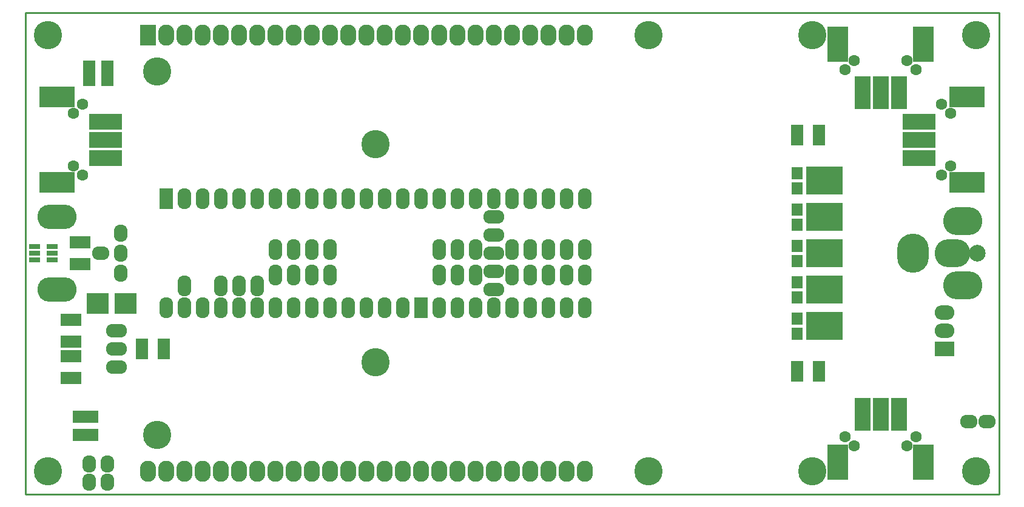
<source format=gbs>
G04 #@! TF.GenerationSoftware,KiCad,Pcbnew,no-vcs-found-ef6910f~59~ubuntu16.04.1*
G04 #@! TF.CreationDate,2017-08-09T11:12:35-04:00*
G04 #@! TF.ProjectId,modular_device_base_5x3,6D6F64756C61725F6465766963655F62,1.2*
G04 #@! TF.SameCoordinates,Original*
G04 #@! TF.FileFunction,Soldermask,Bot*
G04 #@! TF.FilePolarity,Negative*
%FSLAX46Y46*%
G04 Gerber Fmt 4.6, Leading zero omitted, Abs format (unit mm)*
G04 Created by KiCad (PCBNEW no-vcs-found-ef6910f~59~ubuntu16.04.1) date Wed Aug  9 11:12:35 2017*
%MOMM*%
%LPD*%
G01*
G04 APERTURE LIST*
%ADD10C,0.228600*%
%ADD11R,3.575000X1.670000*%
%ADD12R,1.670000X3.575000*%
%ADD13O,2.254200X2.940000*%
%ADD14C,3.956000*%
%ADD15R,2.254200X2.940000*%
%ADD16R,3.110000X2.900000*%
%ADD17R,2.940000X1.670000*%
%ADD18O,2.940000X1.924000*%
%ADD19R,1.670000X2.940000*%
%ADD20O,5.480000X3.448000*%
%ADD21O,2.432000X1.924000*%
%ADD22O,1.924000X2.432000*%
%ADD23C,1.600200*%
%ADD24R,2.178000X4.591000*%
%ADD25R,2.997200X5.029200*%
%ADD26R,4.591000X2.178000*%
%ADD27R,5.029200X2.997200*%
%ADD28O,1.924000X2.940000*%
%ADD29R,1.924000X2.940000*%
%ADD30R,5.160000X4.000000*%
%ADD31R,1.640000X1.800000*%
%ADD32C,2.330400*%
%ADD33O,4.972000X3.956000*%
%ADD34O,4.464000X5.480000*%
%ADD35O,5.480000X3.956000*%
%ADD36R,1.534160X0.762000*%
%ADD37O,2.743200X2.057400*%
%ADD38R,2.743200X2.057400*%
G04 APERTURE END LIST*
D10*
X194945000Y-66040000D02*
X59055000Y-66040000D01*
X194945000Y-133350000D02*
X194945000Y-66040000D01*
X59055000Y-133350000D02*
X194945000Y-133350000D01*
X59055000Y-66040000D02*
X59055000Y-133350000D01*
D11*
X67513200Y-125095000D03*
X67513200Y-122555000D03*
D12*
X67945000Y-74498200D03*
X70485000Y-74498200D03*
D13*
X137160000Y-69215000D03*
X134620000Y-69215000D03*
X132080000Y-69215000D03*
X129540000Y-69215000D03*
X127000000Y-69215000D03*
X124460000Y-69215000D03*
X121920000Y-69215000D03*
X119380000Y-69215000D03*
X116840000Y-69215000D03*
X137160000Y-130175000D03*
X134620000Y-130175000D03*
X132080000Y-130175000D03*
X129540000Y-130175000D03*
X127000000Y-130175000D03*
X124460000Y-130175000D03*
X121920000Y-130175000D03*
X119380000Y-130175000D03*
X116840000Y-130175000D03*
D14*
X168910000Y-69215000D03*
X168910000Y-130175000D03*
X77470000Y-125095000D03*
X77470000Y-74295000D03*
D13*
X76200000Y-130175000D03*
X78740000Y-130175000D03*
X81280000Y-130175000D03*
X83820000Y-130175000D03*
X86360000Y-130175000D03*
X88900000Y-130175000D03*
X91440000Y-130175000D03*
X93980000Y-130175000D03*
X96520000Y-130175000D03*
X99060000Y-130175000D03*
X101600000Y-130175000D03*
X104140000Y-130175000D03*
X106680000Y-130175000D03*
X109220000Y-130175000D03*
X111760000Y-130175000D03*
X114300000Y-130175000D03*
X114300000Y-69215000D03*
X111760000Y-69215000D03*
X109220000Y-69215000D03*
X106680000Y-69215000D03*
X104140000Y-69215000D03*
X101600000Y-69215000D03*
X99060000Y-69215000D03*
X96520000Y-69215000D03*
X93980000Y-69215000D03*
X91440000Y-69215000D03*
X88900000Y-69215000D03*
X86360000Y-69215000D03*
X83820000Y-69215000D03*
D15*
X76200000Y-69215000D03*
D13*
X81280000Y-69215000D03*
X78740000Y-69215000D03*
D16*
X73060000Y-106680000D03*
X69180000Y-106680000D03*
D17*
X65405000Y-117094000D03*
X65405000Y-114046000D03*
X65405000Y-108966000D03*
X65405000Y-112014000D03*
D18*
X71755000Y-113030000D03*
X71755000Y-110490000D03*
X71755000Y-115570000D03*
D19*
X166751000Y-83185000D03*
X169799000Y-83185000D03*
X78359000Y-113030000D03*
X75311000Y-113030000D03*
D14*
X62230000Y-69215000D03*
X62230000Y-130175000D03*
X191770000Y-69215000D03*
D20*
X63500000Y-104775000D03*
X63500000Y-94615000D03*
D21*
X69596000Y-99695000D03*
D22*
X72390000Y-99695000D03*
X72390000Y-96901000D03*
X72390000Y-102489000D03*
D23*
X182118000Y-72771000D03*
X174752000Y-72771000D03*
D24*
X175895000Y-122174000D03*
X178435000Y-122174000D03*
X180975000Y-122174000D03*
D23*
X173482000Y-125349000D03*
X183388000Y-125349000D03*
D25*
X172440600Y-128905000D03*
X184429400Y-128905000D03*
D26*
X183769000Y-86360000D03*
X183769000Y-83820000D03*
X183769000Y-81280000D03*
D23*
X186944000Y-88773000D03*
X186944000Y-78867000D03*
D27*
X190500000Y-89814400D03*
X190500000Y-77825600D03*
D28*
X116840000Y-107315000D03*
X119380000Y-107315000D03*
X121920000Y-107315000D03*
X124460000Y-107315000D03*
X127000000Y-107315000D03*
X129540000Y-107315000D03*
X132080000Y-107315000D03*
X134620000Y-107315000D03*
X137160000Y-107315000D03*
X137160000Y-92075000D03*
X134620000Y-92075000D03*
X132080000Y-92075000D03*
X129540000Y-92075000D03*
X127000000Y-92075000D03*
X124460000Y-92075000D03*
X121920000Y-92075000D03*
X119380000Y-92075000D03*
D29*
X78740000Y-92075000D03*
D28*
X81280000Y-92075000D03*
X83820000Y-92075000D03*
X86360000Y-92075000D03*
X88900000Y-92075000D03*
X91440000Y-92075000D03*
X93980000Y-92075000D03*
X96520000Y-92075000D03*
X99060000Y-92075000D03*
X101600000Y-92075000D03*
X104140000Y-92075000D03*
X106680000Y-92075000D03*
X109220000Y-92075000D03*
X111760000Y-92075000D03*
X111760000Y-107315000D03*
X109220000Y-107315000D03*
X106680000Y-107315000D03*
X104140000Y-107315000D03*
X101600000Y-107315000D03*
X99060000Y-107315000D03*
X96520000Y-107315000D03*
X93980000Y-107315000D03*
X91440000Y-107315000D03*
X88900000Y-107315000D03*
X86360000Y-107315000D03*
X83820000Y-107315000D03*
X81280000Y-107315000D03*
X78740000Y-107315000D03*
D18*
X124460000Y-104775000D03*
X124460000Y-102235000D03*
X124460000Y-99695000D03*
X124460000Y-97155000D03*
X124460000Y-94615000D03*
D28*
X81280000Y-104267000D03*
X86360000Y-104267000D03*
X88900000Y-104267000D03*
X91440000Y-104267000D03*
X93980000Y-102743000D03*
X93980000Y-99187000D03*
X96520000Y-102743000D03*
X96520000Y-99187000D03*
X99060000Y-99187000D03*
X101600000Y-99187000D03*
X99060000Y-102743000D03*
X101600000Y-102743000D03*
D29*
X114300000Y-107315000D03*
D28*
X114300000Y-92075000D03*
X116840000Y-92075000D03*
X121920000Y-102743000D03*
X119380000Y-102743000D03*
X116840000Y-102743000D03*
X121920000Y-99187000D03*
X119380000Y-99187000D03*
X116840000Y-99187000D03*
X127000000Y-102743000D03*
X129540000Y-102743000D03*
X132080000Y-102743000D03*
X134620000Y-102743000D03*
X137160000Y-102743000D03*
X127000000Y-99187000D03*
X129540000Y-99187000D03*
X132080000Y-99187000D03*
X134620000Y-99187000D03*
X137160000Y-99187000D03*
D30*
X170565000Y-89535000D03*
D31*
X166765000Y-88470000D03*
X166765000Y-90600000D03*
D26*
X70231000Y-81280000D03*
X70231000Y-83820000D03*
X70231000Y-86360000D03*
D23*
X67056000Y-78867000D03*
X67056000Y-88773000D03*
D27*
X63500000Y-77825600D03*
X63500000Y-89814400D03*
D23*
X65786000Y-87503000D03*
X65786000Y-80137000D03*
D24*
X180975000Y-77216000D03*
X178435000Y-77216000D03*
X175895000Y-77216000D03*
D23*
X183388000Y-74041000D03*
X173482000Y-74041000D03*
D25*
X184429400Y-70485000D03*
X172440600Y-70485000D03*
D23*
X182118000Y-126619000D03*
X174752000Y-126619000D03*
X188214000Y-80137000D03*
X188214000Y-87503000D03*
D32*
X191947800Y-99695000D03*
D33*
X188442600Y-99695000D03*
D34*
X182956200Y-99695000D03*
D35*
X189941200Y-104190800D03*
X189941200Y-95199200D03*
D14*
X191770000Y-130175000D03*
D17*
X66675000Y-98171000D03*
X66675000Y-101219000D03*
D31*
X166765000Y-95680000D03*
X166765000Y-93550000D03*
D30*
X170565000Y-94615000D03*
D31*
X166765000Y-105840000D03*
X166765000Y-103710000D03*
D30*
X170565000Y-104775000D03*
D31*
X166765000Y-100760000D03*
X166765000Y-98630000D03*
D30*
X170565000Y-99695000D03*
X170565000Y-109855000D03*
D31*
X166765000Y-108790000D03*
X166765000Y-110920000D03*
D21*
X193294000Y-123190000D03*
X190754000Y-123190000D03*
D22*
X67945000Y-129159000D03*
X67945000Y-131699000D03*
X70485000Y-131699000D03*
X70485000Y-129159000D03*
D14*
X107950000Y-84455000D03*
X107950000Y-114935000D03*
D19*
X166751000Y-116205000D03*
X169799000Y-116205000D03*
D36*
X60396120Y-100644960D03*
X60396120Y-99695000D03*
X60396120Y-98745040D03*
X62793880Y-98745040D03*
X62793880Y-99695000D03*
X62793880Y-100644960D03*
D37*
X187325000Y-110490000D03*
X187325000Y-107950000D03*
D38*
X187325000Y-113030000D03*
D14*
X146050000Y-69215000D03*
X146050000Y-130175000D03*
M02*

</source>
